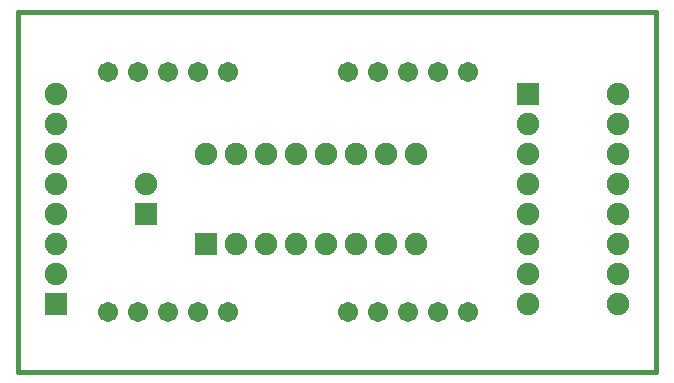
<source format=gts>
G04 (created by PCBNEW-RS274X (2011-05-25)-stable) date Thu 19 Jun 2014 11:29:52 AM PDT*
G01*
G70*
G90*
%MOIN*%
G04 Gerber Fmt 3.4, Leading zero omitted, Abs format*
%FSLAX34Y34*%
G04 APERTURE LIST*
%ADD10C,0.006000*%
%ADD11C,0.015000*%
%ADD12R,0.075000X0.075000*%
%ADD13C,0.075000*%
%ADD14C,0.067200*%
G04 APERTURE END LIST*
G54D10*
G54D11*
X26000Y-04750D02*
X04750Y-04750D01*
X26000Y-16750D02*
X26000Y-04750D01*
X04750Y-16750D02*
X26000Y-16750D01*
X04750Y-04750D02*
X04750Y-16750D01*
G54D12*
X06000Y-14500D03*
G54D13*
X06000Y-13500D03*
X06000Y-12500D03*
X06000Y-11500D03*
X06000Y-10500D03*
X06000Y-09500D03*
X06000Y-08500D03*
X06000Y-07500D03*
G54D12*
X09000Y-11500D03*
G54D13*
X09000Y-10500D03*
G54D12*
X21750Y-07500D03*
G54D13*
X21750Y-08500D03*
X21750Y-09500D03*
X21750Y-10500D03*
X21750Y-11500D03*
X21750Y-12500D03*
X21750Y-13500D03*
X21750Y-14500D03*
X24750Y-14500D03*
X24750Y-13500D03*
X24750Y-12500D03*
X24750Y-11500D03*
X24750Y-10500D03*
X24750Y-09500D03*
X24750Y-08500D03*
X24750Y-07500D03*
G54D12*
X11000Y-12500D03*
G54D13*
X12000Y-12500D03*
X13000Y-12500D03*
X14000Y-12500D03*
X15000Y-12500D03*
X16000Y-12500D03*
X17000Y-12500D03*
X18000Y-12500D03*
X18000Y-09500D03*
X17000Y-09500D03*
X16000Y-09500D03*
X15000Y-09500D03*
X14000Y-09500D03*
X13000Y-09500D03*
X12000Y-09500D03*
X11000Y-09500D03*
G54D14*
X15750Y-14750D03*
X16750Y-14750D03*
X17750Y-14750D03*
X18750Y-14750D03*
X19750Y-14750D03*
X15750Y-06750D03*
X16750Y-06750D03*
X17750Y-06750D03*
X18750Y-06750D03*
X19750Y-06750D03*
X07750Y-14750D03*
X08750Y-14750D03*
X09750Y-14750D03*
X10750Y-14750D03*
X11750Y-14750D03*
X07750Y-06750D03*
X08750Y-06750D03*
X09750Y-06750D03*
X10750Y-06750D03*
X11750Y-06750D03*
M02*

</source>
